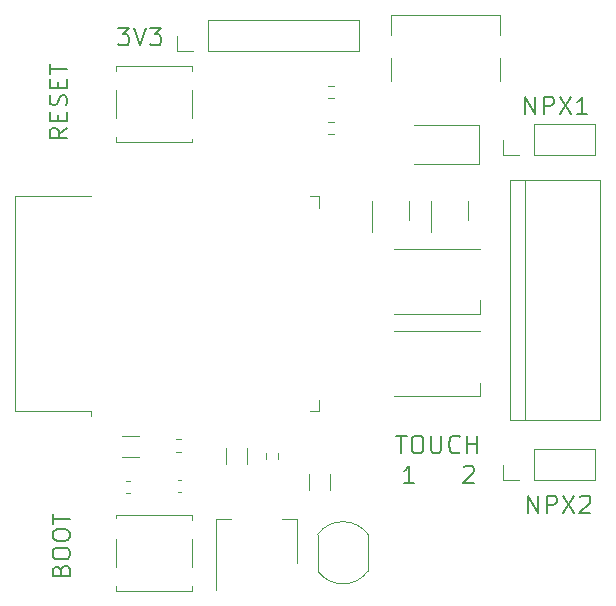
<source format=gto>
G04 #@! TF.GenerationSoftware,KiCad,Pcbnew,7.0.8-7.0.8~ubuntu22.04.1*
G04 #@! TF.CreationDate,2023-11-04T16:43:40+00:00*
G04 #@! TF.ProjectId,kicad_dual_neopixel_driver,6b696361-645f-4647-9561-6c5f6e656f70,rev?*
G04 #@! TF.SameCoordinates,Original*
G04 #@! TF.FileFunction,Legend,Top*
G04 #@! TF.FilePolarity,Positive*
%FSLAX46Y46*%
G04 Gerber Fmt 4.6, Leading zero omitted, Abs format (unit mm)*
G04 Created by KiCad (PCBNEW 7.0.8-7.0.8~ubuntu22.04.1) date 2023-11-04 16:43:40*
%MOMM*%
%LPD*%
G01*
G04 APERTURE LIST*
%ADD10C,0.150000*%
%ADD11C,0.120000*%
G04 APERTURE END LIST*
D10*
X133134914Y-137474173D02*
X133206342Y-137259887D01*
X133206342Y-137259887D02*
X133277771Y-137188458D01*
X133277771Y-137188458D02*
X133420628Y-137117030D01*
X133420628Y-137117030D02*
X133634914Y-137117030D01*
X133634914Y-137117030D02*
X133777771Y-137188458D01*
X133777771Y-137188458D02*
X133849200Y-137259887D01*
X133849200Y-137259887D02*
X133920628Y-137402744D01*
X133920628Y-137402744D02*
X133920628Y-137974173D01*
X133920628Y-137974173D02*
X132420628Y-137974173D01*
X132420628Y-137974173D02*
X132420628Y-137474173D01*
X132420628Y-137474173D02*
X132492057Y-137331316D01*
X132492057Y-137331316D02*
X132563485Y-137259887D01*
X132563485Y-137259887D02*
X132706342Y-137188458D01*
X132706342Y-137188458D02*
X132849200Y-137188458D01*
X132849200Y-137188458D02*
X132992057Y-137259887D01*
X132992057Y-137259887D02*
X133063485Y-137331316D01*
X133063485Y-137331316D02*
X133134914Y-137474173D01*
X133134914Y-137474173D02*
X133134914Y-137974173D01*
X132420628Y-136188458D02*
X132420628Y-135902744D01*
X132420628Y-135902744D02*
X132492057Y-135759887D01*
X132492057Y-135759887D02*
X132634914Y-135617030D01*
X132634914Y-135617030D02*
X132920628Y-135545601D01*
X132920628Y-135545601D02*
X133420628Y-135545601D01*
X133420628Y-135545601D02*
X133706342Y-135617030D01*
X133706342Y-135617030D02*
X133849200Y-135759887D01*
X133849200Y-135759887D02*
X133920628Y-135902744D01*
X133920628Y-135902744D02*
X133920628Y-136188458D01*
X133920628Y-136188458D02*
X133849200Y-136331316D01*
X133849200Y-136331316D02*
X133706342Y-136474173D01*
X133706342Y-136474173D02*
X133420628Y-136545601D01*
X133420628Y-136545601D02*
X132920628Y-136545601D01*
X132920628Y-136545601D02*
X132634914Y-136474173D01*
X132634914Y-136474173D02*
X132492057Y-136331316D01*
X132492057Y-136331316D02*
X132420628Y-136188458D01*
X132420628Y-134617029D02*
X132420628Y-134331315D01*
X132420628Y-134331315D02*
X132492057Y-134188458D01*
X132492057Y-134188458D02*
X132634914Y-134045601D01*
X132634914Y-134045601D02*
X132920628Y-133974172D01*
X132920628Y-133974172D02*
X133420628Y-133974172D01*
X133420628Y-133974172D02*
X133706342Y-134045601D01*
X133706342Y-134045601D02*
X133849200Y-134188458D01*
X133849200Y-134188458D02*
X133920628Y-134331315D01*
X133920628Y-134331315D02*
X133920628Y-134617029D01*
X133920628Y-134617029D02*
X133849200Y-134759887D01*
X133849200Y-134759887D02*
X133706342Y-134902744D01*
X133706342Y-134902744D02*
X133420628Y-134974172D01*
X133420628Y-134974172D02*
X132920628Y-134974172D01*
X132920628Y-134974172D02*
X132634914Y-134902744D01*
X132634914Y-134902744D02*
X132492057Y-134759887D01*
X132492057Y-134759887D02*
X132420628Y-134617029D01*
X132420628Y-133545600D02*
X132420628Y-132688458D01*
X133920628Y-133117029D02*
X132420628Y-133117029D01*
X163039541Y-130110628D02*
X162182398Y-130110628D01*
X162610969Y-130110628D02*
X162610969Y-128610628D01*
X162610969Y-128610628D02*
X162468112Y-128824914D01*
X162468112Y-128824914D02*
X162325255Y-128967771D01*
X162325255Y-128967771D02*
X162182398Y-129039200D01*
X172413826Y-98868628D02*
X172413826Y-97368628D01*
X172413826Y-97368628D02*
X173270969Y-98868628D01*
X173270969Y-98868628D02*
X173270969Y-97368628D01*
X173985255Y-98868628D02*
X173985255Y-97368628D01*
X173985255Y-97368628D02*
X174556684Y-97368628D01*
X174556684Y-97368628D02*
X174699541Y-97440057D01*
X174699541Y-97440057D02*
X174770970Y-97511485D01*
X174770970Y-97511485D02*
X174842398Y-97654342D01*
X174842398Y-97654342D02*
X174842398Y-97868628D01*
X174842398Y-97868628D02*
X174770970Y-98011485D01*
X174770970Y-98011485D02*
X174699541Y-98082914D01*
X174699541Y-98082914D02*
X174556684Y-98154342D01*
X174556684Y-98154342D02*
X173985255Y-98154342D01*
X175342398Y-97368628D02*
X176342398Y-98868628D01*
X176342398Y-97368628D02*
X175342398Y-98868628D01*
X177699541Y-98868628D02*
X176842398Y-98868628D01*
X177270969Y-98868628D02*
X177270969Y-97368628D01*
X177270969Y-97368628D02*
X177128112Y-97582914D01*
X177128112Y-97582914D02*
X176985255Y-97725771D01*
X176985255Y-97725771D02*
X176842398Y-97797200D01*
X167262398Y-128753485D02*
X167333826Y-128682057D01*
X167333826Y-128682057D02*
X167476684Y-128610628D01*
X167476684Y-128610628D02*
X167833826Y-128610628D01*
X167833826Y-128610628D02*
X167976684Y-128682057D01*
X167976684Y-128682057D02*
X168048112Y-128753485D01*
X168048112Y-128753485D02*
X168119541Y-128896342D01*
X168119541Y-128896342D02*
X168119541Y-129039200D01*
X168119541Y-129039200D02*
X168048112Y-129253485D01*
X168048112Y-129253485D02*
X167190969Y-130110628D01*
X167190969Y-130110628D02*
X168119541Y-130110628D01*
X161531541Y-126070628D02*
X162388684Y-126070628D01*
X161960112Y-127570628D02*
X161960112Y-126070628D01*
X163174398Y-126070628D02*
X163460112Y-126070628D01*
X163460112Y-126070628D02*
X163602969Y-126142057D01*
X163602969Y-126142057D02*
X163745826Y-126284914D01*
X163745826Y-126284914D02*
X163817255Y-126570628D01*
X163817255Y-126570628D02*
X163817255Y-127070628D01*
X163817255Y-127070628D02*
X163745826Y-127356342D01*
X163745826Y-127356342D02*
X163602969Y-127499200D01*
X163602969Y-127499200D02*
X163460112Y-127570628D01*
X163460112Y-127570628D02*
X163174398Y-127570628D01*
X163174398Y-127570628D02*
X163031541Y-127499200D01*
X163031541Y-127499200D02*
X162888683Y-127356342D01*
X162888683Y-127356342D02*
X162817255Y-127070628D01*
X162817255Y-127070628D02*
X162817255Y-126570628D01*
X162817255Y-126570628D02*
X162888683Y-126284914D01*
X162888683Y-126284914D02*
X163031541Y-126142057D01*
X163031541Y-126142057D02*
X163174398Y-126070628D01*
X164460112Y-126070628D02*
X164460112Y-127284914D01*
X164460112Y-127284914D02*
X164531541Y-127427771D01*
X164531541Y-127427771D02*
X164602970Y-127499200D01*
X164602970Y-127499200D02*
X164745827Y-127570628D01*
X164745827Y-127570628D02*
X165031541Y-127570628D01*
X165031541Y-127570628D02*
X165174398Y-127499200D01*
X165174398Y-127499200D02*
X165245827Y-127427771D01*
X165245827Y-127427771D02*
X165317255Y-127284914D01*
X165317255Y-127284914D02*
X165317255Y-126070628D01*
X166888684Y-127427771D02*
X166817256Y-127499200D01*
X166817256Y-127499200D02*
X166602970Y-127570628D01*
X166602970Y-127570628D02*
X166460113Y-127570628D01*
X166460113Y-127570628D02*
X166245827Y-127499200D01*
X166245827Y-127499200D02*
X166102970Y-127356342D01*
X166102970Y-127356342D02*
X166031541Y-127213485D01*
X166031541Y-127213485D02*
X165960113Y-126927771D01*
X165960113Y-126927771D02*
X165960113Y-126713485D01*
X165960113Y-126713485D02*
X166031541Y-126427771D01*
X166031541Y-126427771D02*
X166102970Y-126284914D01*
X166102970Y-126284914D02*
X166245827Y-126142057D01*
X166245827Y-126142057D02*
X166460113Y-126070628D01*
X166460113Y-126070628D02*
X166602970Y-126070628D01*
X166602970Y-126070628D02*
X166817256Y-126142057D01*
X166817256Y-126142057D02*
X166888684Y-126213485D01*
X167531541Y-127570628D02*
X167531541Y-126070628D01*
X167531541Y-126784914D02*
X168388684Y-126784914D01*
X168388684Y-127570628D02*
X168388684Y-126070628D01*
X133666628Y-100033030D02*
X132952342Y-100533030D01*
X133666628Y-100890173D02*
X132166628Y-100890173D01*
X132166628Y-100890173D02*
X132166628Y-100318744D01*
X132166628Y-100318744D02*
X132238057Y-100175887D01*
X132238057Y-100175887D02*
X132309485Y-100104458D01*
X132309485Y-100104458D02*
X132452342Y-100033030D01*
X132452342Y-100033030D02*
X132666628Y-100033030D01*
X132666628Y-100033030D02*
X132809485Y-100104458D01*
X132809485Y-100104458D02*
X132880914Y-100175887D01*
X132880914Y-100175887D02*
X132952342Y-100318744D01*
X132952342Y-100318744D02*
X132952342Y-100890173D01*
X132880914Y-99390173D02*
X132880914Y-98890173D01*
X133666628Y-98675887D02*
X133666628Y-99390173D01*
X133666628Y-99390173D02*
X132166628Y-99390173D01*
X132166628Y-99390173D02*
X132166628Y-98675887D01*
X133595200Y-98104458D02*
X133666628Y-97890173D01*
X133666628Y-97890173D02*
X133666628Y-97533030D01*
X133666628Y-97533030D02*
X133595200Y-97390173D01*
X133595200Y-97390173D02*
X133523771Y-97318744D01*
X133523771Y-97318744D02*
X133380914Y-97247315D01*
X133380914Y-97247315D02*
X133238057Y-97247315D01*
X133238057Y-97247315D02*
X133095200Y-97318744D01*
X133095200Y-97318744D02*
X133023771Y-97390173D01*
X133023771Y-97390173D02*
X132952342Y-97533030D01*
X132952342Y-97533030D02*
X132880914Y-97818744D01*
X132880914Y-97818744D02*
X132809485Y-97961601D01*
X132809485Y-97961601D02*
X132738057Y-98033030D01*
X132738057Y-98033030D02*
X132595200Y-98104458D01*
X132595200Y-98104458D02*
X132452342Y-98104458D01*
X132452342Y-98104458D02*
X132309485Y-98033030D01*
X132309485Y-98033030D02*
X132238057Y-97961601D01*
X132238057Y-97961601D02*
X132166628Y-97818744D01*
X132166628Y-97818744D02*
X132166628Y-97461601D01*
X132166628Y-97461601D02*
X132238057Y-97247315D01*
X132880914Y-96604459D02*
X132880914Y-96104459D01*
X133666628Y-95890173D02*
X133666628Y-96604459D01*
X133666628Y-96604459D02*
X132166628Y-96604459D01*
X132166628Y-96604459D02*
X132166628Y-95890173D01*
X132166628Y-95461601D02*
X132166628Y-94604459D01*
X133666628Y-95033030D02*
X132166628Y-95033030D01*
X172667826Y-132650628D02*
X172667826Y-131150628D01*
X172667826Y-131150628D02*
X173524969Y-132650628D01*
X173524969Y-132650628D02*
X173524969Y-131150628D01*
X174239255Y-132650628D02*
X174239255Y-131150628D01*
X174239255Y-131150628D02*
X174810684Y-131150628D01*
X174810684Y-131150628D02*
X174953541Y-131222057D01*
X174953541Y-131222057D02*
X175024970Y-131293485D01*
X175024970Y-131293485D02*
X175096398Y-131436342D01*
X175096398Y-131436342D02*
X175096398Y-131650628D01*
X175096398Y-131650628D02*
X175024970Y-131793485D01*
X175024970Y-131793485D02*
X174953541Y-131864914D01*
X174953541Y-131864914D02*
X174810684Y-131936342D01*
X174810684Y-131936342D02*
X174239255Y-131936342D01*
X175596398Y-131150628D02*
X176596398Y-132650628D01*
X176596398Y-131150628D02*
X175596398Y-132650628D01*
X177096398Y-131293485D02*
X177167826Y-131222057D01*
X177167826Y-131222057D02*
X177310684Y-131150628D01*
X177310684Y-131150628D02*
X177667826Y-131150628D01*
X177667826Y-131150628D02*
X177810684Y-131222057D01*
X177810684Y-131222057D02*
X177882112Y-131293485D01*
X177882112Y-131293485D02*
X177953541Y-131436342D01*
X177953541Y-131436342D02*
X177953541Y-131579200D01*
X177953541Y-131579200D02*
X177882112Y-131793485D01*
X177882112Y-131793485D02*
X177024969Y-132650628D01*
X177024969Y-132650628D02*
X177953541Y-132650628D01*
X137980969Y-91526628D02*
X138909541Y-91526628D01*
X138909541Y-91526628D02*
X138409541Y-92098057D01*
X138409541Y-92098057D02*
X138623826Y-92098057D01*
X138623826Y-92098057D02*
X138766684Y-92169485D01*
X138766684Y-92169485D02*
X138838112Y-92240914D01*
X138838112Y-92240914D02*
X138909541Y-92383771D01*
X138909541Y-92383771D02*
X138909541Y-92740914D01*
X138909541Y-92740914D02*
X138838112Y-92883771D01*
X138838112Y-92883771D02*
X138766684Y-92955200D01*
X138766684Y-92955200D02*
X138623826Y-93026628D01*
X138623826Y-93026628D02*
X138195255Y-93026628D01*
X138195255Y-93026628D02*
X138052398Y-92955200D01*
X138052398Y-92955200D02*
X137980969Y-92883771D01*
X139338112Y-91526628D02*
X139838112Y-93026628D01*
X139838112Y-93026628D02*
X140338112Y-91526628D01*
X140695254Y-91526628D02*
X141623826Y-91526628D01*
X141623826Y-91526628D02*
X141123826Y-92098057D01*
X141123826Y-92098057D02*
X141338111Y-92098057D01*
X141338111Y-92098057D02*
X141480969Y-92169485D01*
X141480969Y-92169485D02*
X141552397Y-92240914D01*
X141552397Y-92240914D02*
X141623826Y-92383771D01*
X141623826Y-92383771D02*
X141623826Y-92740914D01*
X141623826Y-92740914D02*
X141552397Y-92883771D01*
X141552397Y-92883771D02*
X141480969Y-92955200D01*
X141480969Y-92955200D02*
X141338111Y-93026628D01*
X141338111Y-93026628D02*
X140909540Y-93026628D01*
X140909540Y-93026628D02*
X140766683Y-92955200D01*
X140766683Y-92955200D02*
X140695254Y-92883771D01*
D11*
G04 #@! TO.C,R1*
X156254724Y-97522500D02*
X155745276Y-97522500D01*
X156254724Y-96477500D02*
X155745276Y-96477500D01*
G04 #@! TO.C,R3*
X151522500Y-127545276D02*
X151522500Y-128054724D01*
X150477500Y-127545276D02*
X150477500Y-128054724D01*
G04 #@! TO.C,U1*
X146290000Y-139100000D02*
X146290000Y-133090000D01*
X153110000Y-136850000D02*
X153110000Y-133090000D01*
X146290000Y-133090000D02*
X147550000Y-133090000D01*
X153110000Y-133090000D02*
X151850000Y-133090000D01*
G04 #@! TO.C,J4*
X170590000Y-129854000D02*
X170590000Y-128524000D01*
X171920000Y-129854000D02*
X170590000Y-129854000D01*
X173190000Y-129854000D02*
X178330000Y-129854000D01*
X173190000Y-129854000D02*
X173190000Y-127194000D01*
X178330000Y-129854000D02*
X178330000Y-127194000D01*
X173190000Y-127194000D02*
X178330000Y-127194000D01*
G04 #@! TO.C,U4*
X129270000Y-124020000D02*
X135685000Y-124020000D01*
X129270000Y-124020000D02*
X129270000Y-105780000D01*
X135685000Y-124020000D02*
X135685000Y-124400000D01*
X154230000Y-124020000D02*
X155010000Y-124020000D01*
X155010000Y-124020000D02*
X155010000Y-123020000D01*
X129270000Y-105780000D02*
X135685000Y-105780000D01*
X154230000Y-105780000D02*
X155010000Y-105780000D01*
X155010000Y-105780000D02*
X155010000Y-106780000D01*
G04 #@! TO.C,R2*
X156254724Y-100522500D02*
X155745276Y-100522500D01*
X156254724Y-99477500D02*
X155745276Y-99477500D01*
G04 #@! TO.C,SW2*
X137790000Y-94790000D02*
X137790000Y-95200000D01*
X137790000Y-96800000D02*
X137790000Y-99200000D01*
X137790000Y-100800000D02*
X137790000Y-101210000D01*
X137790000Y-101210000D02*
X144210000Y-101210000D01*
X144210000Y-94790000D02*
X137790000Y-94790000D01*
X144210000Y-95200000D02*
X144210000Y-94790000D01*
X144210000Y-99200000D02*
X144210000Y-96800000D01*
X144210000Y-101210000D02*
X144210000Y-100930000D01*
G04 #@! TO.C,R4*
X159150000Y-134450000D02*
X159150000Y-137500000D01*
X154850000Y-134450000D02*
X154850000Y-137500000D01*
X159165525Y-134471766D02*
G75*
G03*
X154850001Y-134450000I-2165525J-1528234D01*
G01*
X154881751Y-137544513D02*
G75*
G03*
X159150000Y-137500000I2118249J1544513D01*
G01*
G04 #@! TO.C,J6*
X142970000Y-93530000D02*
X142970000Y-92200000D01*
X144300000Y-93530000D02*
X142970000Y-93530000D01*
X145570000Y-93530000D02*
X158330000Y-93530000D01*
X145570000Y-93530000D02*
X145570000Y-90870000D01*
X158330000Y-93530000D02*
X158330000Y-90870000D01*
X145570000Y-90870000D02*
X158330000Y-90870000D01*
G04 #@! TO.C,J5*
X170260000Y-96050000D02*
X170260000Y-94130000D01*
X170260000Y-90415000D02*
X170260000Y-92120000D01*
X161100000Y-94130000D02*
X161100000Y-96050000D01*
X161100000Y-92120000D02*
X161100000Y-90415000D01*
X161100000Y-90415000D02*
X170260000Y-90415000D01*
G04 #@! TO.C,C1*
X154090000Y-130711252D02*
X154090000Y-129288748D01*
X155910000Y-130711252D02*
X155910000Y-129288748D01*
G04 #@! TO.C,C5*
X143034420Y-129790000D02*
X143315580Y-129790000D01*
X143034420Y-130810000D02*
X143315580Y-130810000D01*
G04 #@! TO.C,J3*
X178810000Y-104460000D02*
X171190000Y-104460000D01*
X178810000Y-104460000D02*
X178810000Y-124780000D01*
X171190000Y-104460000D02*
X171190000Y-124780000D01*
X172460000Y-124780000D02*
X172460000Y-104460000D01*
X171190000Y-124780000D02*
X178810000Y-124780000D01*
G04 #@! TO.C,D2*
X168510000Y-103050000D02*
X168510000Y-99750000D01*
X168510000Y-103050000D02*
X163000000Y-103050000D01*
X168510000Y-99750000D02*
X163000000Y-99750000D01*
G04 #@! TO.C,D1*
X161350000Y-110250000D02*
X168650000Y-110250000D01*
X161350000Y-115750000D02*
X168650000Y-115750000D01*
X168650000Y-115750000D02*
X168650000Y-114600000D01*
G04 #@! TO.C,J2*
X170590000Y-102330000D02*
X170590000Y-101000000D01*
X171920000Y-102330000D02*
X170590000Y-102330000D01*
X173190000Y-102330000D02*
X178330000Y-102330000D01*
X173190000Y-102330000D02*
X173190000Y-99670000D01*
X178330000Y-102330000D02*
X178330000Y-99670000D01*
X173190000Y-99670000D02*
X178330000Y-99670000D01*
G04 #@! TO.C,R5*
X143312258Y-127422500D02*
X142837742Y-127422500D01*
X143312258Y-126377500D02*
X142837742Y-126377500D01*
G04 #@! TO.C,U3*
X164440000Y-107000000D02*
X164440000Y-108800000D01*
X164440000Y-107000000D02*
X164440000Y-106200000D01*
X167560000Y-107000000D02*
X167560000Y-107800000D01*
X167560000Y-107000000D02*
X167560000Y-106200000D01*
G04 #@! TO.C,C2*
X147090000Y-128511252D02*
X147090000Y-127088748D01*
X148910000Y-128511252D02*
X148910000Y-127088748D01*
G04 #@! TO.C,U2*
X159440000Y-107000000D02*
X159440000Y-108800000D01*
X159440000Y-107000000D02*
X159440000Y-106200000D01*
X162560000Y-107000000D02*
X162560000Y-107800000D01*
X162560000Y-107000000D02*
X162560000Y-106200000D01*
G04 #@! TO.C,D3*
X161350000Y-117250000D02*
X168650000Y-117250000D01*
X161350000Y-122750000D02*
X168650000Y-122750000D01*
X168650000Y-122750000D02*
X168650000Y-121600000D01*
G04 #@! TO.C,C4*
X138940580Y-130910000D02*
X138659420Y-130910000D01*
X138940580Y-129890000D02*
X138659420Y-129890000D01*
G04 #@! TO.C,SW1*
X144210000Y-139210000D02*
X144210000Y-138800000D01*
X144210000Y-137200000D02*
X144210000Y-134800000D01*
X144210000Y-133200000D02*
X144210000Y-132790000D01*
X144210000Y-132790000D02*
X137790000Y-132790000D01*
X137790000Y-139210000D02*
X144210000Y-139210000D01*
X137790000Y-138800000D02*
X137790000Y-139210000D01*
X137790000Y-134800000D02*
X137790000Y-137200000D01*
X137790000Y-132790000D02*
X137790000Y-133070000D01*
G04 #@! TO.C,C3*
X139711252Y-127910000D02*
X138288748Y-127910000D01*
X139711252Y-126090000D02*
X138288748Y-126090000D01*
G04 #@! TD*
M02*

</source>
